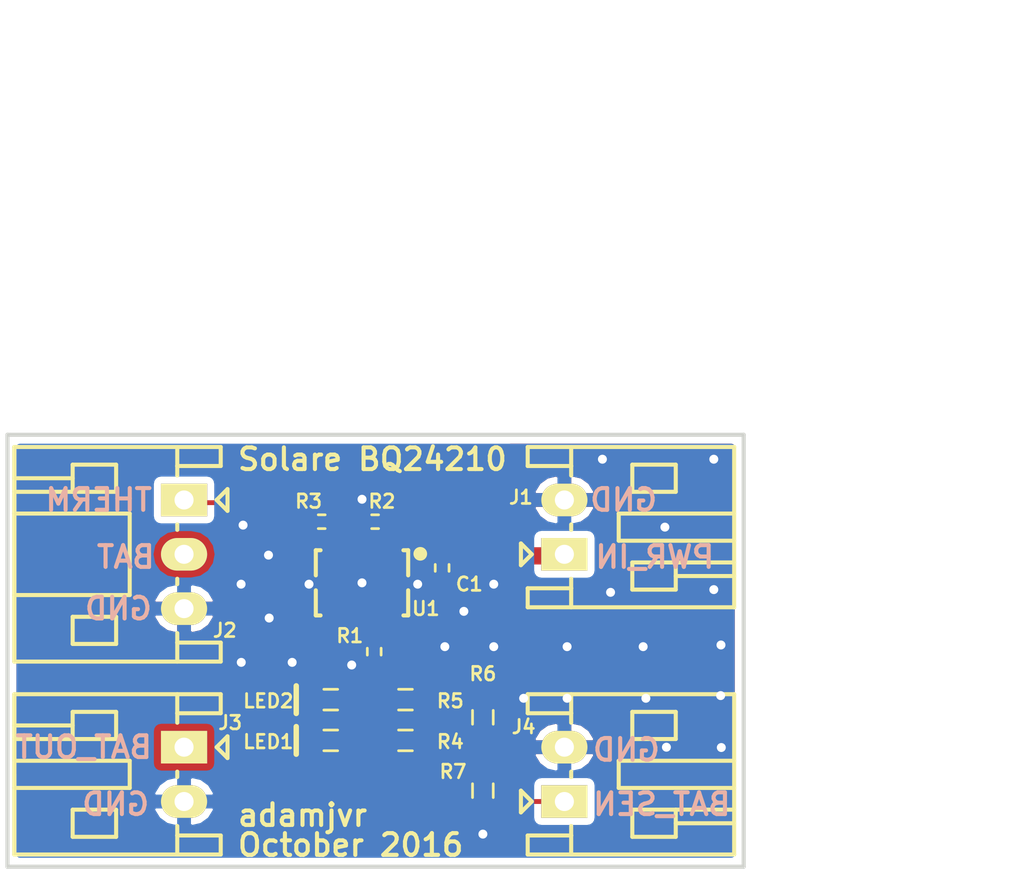
<source format=kicad_pcb>
(kicad_pcb (version 20160815) (host pcbnew "(2016-09-14 revision 83ed3c9)-makepkg")

  (general
    (links 28)
    (no_connects 0)
    (area 50.624999 52.724999 77.875001 68.775001)
    (thickness 1.6)
    (drawings 18)
    (tracks 130)
    (zones 0)
    (modules 15)
    (nets 13)
  )

  (page A4)
  (layers
    (0 F.Cu signal)
    (31 B.Cu signal)
    (32 B.Adhes user)
    (33 F.Adhes user)
    (34 B.Paste user)
    (35 F.Paste user)
    (36 B.SilkS user)
    (37 F.SilkS user)
    (38 B.Mask user)
    (39 F.Mask user)
    (40 Dwgs.User user)
    (41 Cmts.User user)
    (42 Eco1.User user)
    (43 Eco2.User user)
    (44 Edge.Cuts user)
    (45 Margin user)
    (46 B.CrtYd user)
    (47 F.CrtYd user)
    (48 B.Fab user)
    (49 F.Fab user hide)
  )

  (setup
    (last_trace_width 0.1778)
    (user_trace_width 0.1778)
    (user_trace_width 0.254)
    (user_trace_width 0.381)
    (user_trace_width 0.635)
    (user_trace_width 0.762)
    (trace_clearance 0.1778)
    (zone_clearance 0.254)
    (zone_45_only no)
    (trace_min 0.1778)
    (segment_width 0.2)
    (edge_width 0.15)
    (via_size 0.635)
    (via_drill 0.3302)
    (via_min_size 0.635)
    (via_min_drill 0.3302)
    (user_via 0.635 0.3302)
    (user_via 0.635 0.381)
    (user_via 1.27 0.7112)
    (uvia_size 0.3)
    (uvia_drill 0.1)
    (uvias_allowed no)
    (uvia_min_size 0.2)
    (uvia_min_drill 0.1)
    (pcb_text_width 0.3)
    (pcb_text_size 1.5 1.5)
    (mod_edge_width 0.15)
    (mod_text_size 0.5 0.5)
    (mod_text_width 0.1)
    (pad_size 1.524 1.524)
    (pad_drill 0.762)
    (pad_to_mask_clearance 0.2)
    (aux_axis_origin 0 0)
    (visible_elements FFFFF77F)
    (pcbplotparams
      (layerselection 0x00030_ffffffff)
      (usegerberextensions false)
      (excludeedgelayer true)
      (linewidth 0.100000)
      (plotframeref false)
      (viasonmask false)
      (mode 1)
      (useauxorigin false)
      (hpglpennumber 1)
      (hpglpenspeed 20)
      (hpglpendiameter 15)
      (psnegative false)
      (psa4output false)
      (plotreference true)
      (plotvalue true)
      (plotinvisibletext false)
      (padsonsilk false)
      (subtractmaskfromsilk false)
      (outputformat 1)
      (mirror false)
      (drillshape 1)
      (scaleselection 1)
      (outputdirectory ""))
  )

  (net 0 "")
  (net 1 GND)
  (net 2 "Net-(C1-Pad1)")
  (net 3 /BAT)
  (net 4 /THERM)
  (net 5 /BAT_VOLT)
  (net 6 "Net-(LED1-Pad1)")
  (net 7 "Net-(LED1-Pad2)")
  (net 8 "Net-(LED2-Pad2)")
  (net 9 "Net-(LED2-Pad1)")
  (net 10 "Net-(R1-Pad1)")
  (net 11 "Net-(R2-Pad1)")
  (net 12 "Net-(R3-Pad1)")

  (net_class Default "This is the default net class."
    (clearance 0.1778)
    (trace_width 0.1778)
    (via_dia 0.635)
    (via_drill 0.3302)
    (uvia_dia 0.3)
    (uvia_drill 0.1)
    (diff_pair_gap 0.254)
    (diff_pair_width 0.1778)
    (add_net /BAT)
    (add_net /BAT_VOLT)
    (add_net /THERM)
    (add_net GND)
    (add_net "Net-(C1-Pad1)")
    (add_net "Net-(LED1-Pad1)")
    (add_net "Net-(LED1-Pad2)")
    (add_net "Net-(LED2-Pad1)")
    (add_net "Net-(LED2-Pad2)")
    (add_net "Net-(R1-Pad1)")
    (add_net "Net-(R2-Pad1)")
    (add_net "Net-(R3-Pad1)")
  )

  (module PCB_Footprints:C0402 (layer F.Cu) (tedit 57F01706) (tstamp 57F018DC)
    (at 66.7 57.7 270)
    (path /57D8511B)
    (fp_text reference C1 (at 0.6 -1 360) (layer F.SilkS)
      (effects (font (size 0.5 0.5) (thickness 0.1)))
    )
    (fp_text value CL05A105KA5NQNC (at 0 -2.159 270) (layer F.Fab)
      (effects (font (size 0.5 0.5) (thickness 0.1)))
    )
    (fp_line (start 0.5 0.29) (end 0.5 -0.29) (layer Eco1.User) (width 0.05))
    (fp_line (start 0.5 -0.29) (end -0.5 -0.29) (layer Eco1.User) (width 0.05))
    (fp_line (start -0.5 -0.29) (end -0.5 0.29) (layer Eco1.User) (width 0.05))
    (fp_line (start -0.5 0.29) (end 0.5 0.29) (layer Eco1.User) (width 0.05))
    (fp_line (start 0.127 0) (end -0.127 0) (layer Dwgs.User) (width 0.05))
    (fp_line (start 0 -0.127) (end 0 0.127) (layer Dwgs.User) (width 0.05))
    (fp_line (start -0.965 -0.508) (end -0.965 0.508) (layer Dwgs.User) (width 0.05))
    (fp_line (start -0.965 0.508) (end 0.965 0.508) (layer Dwgs.User) (width 0.05))
    (fp_line (start 0.965 -0.508) (end 0.965 0.508) (layer Dwgs.User) (width 0.05))
    (fp_line (start -0.965 -0.508) (end 0.965 -0.508) (layer Dwgs.User) (width 0.05))
    (fp_line (start -0.127 0.254) (end 0.127 0.254) (layer F.SilkS) (width 0.1))
    (fp_line (start -0.127 -0.254) (end 0.127 -0.254) (layer F.SilkS) (width 0.1))
    (pad 2 smd roundrect (at 0.483 0 270) (size 0.559 0.61) (layers F.Cu F.Paste F.Mask)(roundrect_rratio 0.25)
      (net 1 GND) (solder_mask_margin 0.102))
    (pad 1 smd roundrect (at -0.483 0 270) (size 0.559 0.61) (layers F.Cu F.Paste F.Mask)(roundrect_rratio 0.25)
      (net 2 "Net-(C1-Pad1)") (solder_mask_margin 0.102))
    (model C:/Users/adam/Documents/GitHub/footprints/3D/STEP/CAPC-0402-T0.55-BN.stp
      (at (xyz 0 0 0))
      (scale (xyz 1 1 1))
      (rotate (xyz 0 0 0))
    )
  )

  (module "PCB_Footprints:S2B-PH-K-S(LF)(SN)" (layer F.Cu) (tedit 57F01AB5) (tstamp 57F01902)
    (at 71.2 57.2 90)
    (descr http://www.jst-mfg.com/product/pdf/eng/ePH.pdf)
    (tags "connector jst ph")
    (path /57F02D96)
    (fp_text reference J1 (at 2.1 -1.6 180) (layer F.SilkS)
      (effects (font (size 0.5 0.5) (thickness 0.1)))
    )
    (fp_text value "S2B-PH-K-S(LF)(SN)" (at 1 7.5 90) (layer F.Fab) hide
      (effects (font (size 0.5 0.5) (thickness 0.1)))
    )
    (fp_line (start 0.5 6.25) (end 0.5 2) (layer F.SilkS) (width 0.15))
    (fp_line (start 0.5 2) (end 1.5 2) (layer F.SilkS) (width 0.15))
    (fp_line (start 1.5 2) (end 1.5 6.25) (layer F.SilkS) (width 0.15))
    (fp_line (start -0.9 0.25) (end -1.25 0.25) (layer F.SilkS) (width 0.15))
    (fp_line (start -1.25 0.25) (end -1.25 -1.35) (layer F.SilkS) (width 0.15))
    (fp_line (start -1.25 -1.35) (end -1.95 -1.35) (layer F.SilkS) (width 0.15))
    (fp_line (start -1.95 -1.35) (end -1.95 6.25) (layer F.SilkS) (width 0.15))
    (fp_line (start -1.95 6.25) (end 3.95 6.25) (layer F.SilkS) (width 0.15))
    (fp_line (start 3.95 6.25) (end 3.95 -1.35) (layer F.SilkS) (width 0.15))
    (fp_line (start 3.95 -1.35) (end 3.25 -1.35) (layer F.SilkS) (width 0.15))
    (fp_line (start 3.25 -1.35) (end 3.25 0.25) (layer F.SilkS) (width 0.15))
    (fp_line (start 3.25 0.25) (end 2.9 0.25) (layer F.SilkS) (width 0.15))
    (fp_line (start 0 -1.2) (end -0.4 -1.6) (layer F.SilkS) (width 0.15))
    (fp_line (start -0.4 -1.6) (end 0.4 -1.6) (layer F.SilkS) (width 0.15))
    (fp_line (start 0.4 -1.6) (end 0 -1.2) (layer F.SilkS) (width 0.15))
    (fp_line (start -1.95 0.25) (end -1.25 0.25) (layer F.SilkS) (width 0.15))
    (fp_line (start 3.95 0.25) (end 3.25 0.25) (layer F.SilkS) (width 0.15))
    (fp_line (start -1.3 2.5) (end -1.3 4.1) (layer F.SilkS) (width 0.15))
    (fp_line (start -1.3 4.1) (end -0.3 4.1) (layer F.SilkS) (width 0.15))
    (fp_line (start -0.3 4.1) (end -0.3 2.5) (layer F.SilkS) (width 0.15))
    (fp_line (start -0.3 2.5) (end -1.3 2.5) (layer F.SilkS) (width 0.15))
    (fp_line (start 3.3 2.5) (end 3.3 4.1) (layer F.SilkS) (width 0.15))
    (fp_line (start 3.3 4.1) (end 2.3 4.1) (layer F.SilkS) (width 0.15))
    (fp_line (start 2.3 4.1) (end 2.3 2.5) (layer F.SilkS) (width 0.15))
    (fp_line (start 2.3 2.5) (end 3.3 2.5) (layer F.SilkS) (width 0.15))
    (fp_line (start -0.3 4.1) (end -0.3 6.25) (layer F.SilkS) (width 0.15))
    (fp_line (start -0.8 4.1) (end -0.8 6.25) (layer F.SilkS) (width 0.15))
    (fp_line (start 0.9 0.25) (end 1.1 0.25) (layer F.SilkS) (width 0.15))
    (fp_line (start -2.45 6.75) (end -2.45 -1.85) (layer F.CrtYd) (width 0.05))
    (fp_line (start -2.45 -1.85) (end 4.45 -1.85) (layer F.CrtYd) (width 0.05))
    (fp_line (start 4.45 -1.85) (end 4.45 6.75) (layer F.CrtYd) (width 0.05))
    (fp_line (start 4.45 6.75) (end -2.45 6.75) (layer F.CrtYd) (width 0.05))
    (pad 2 thru_hole oval (at 2 0 90) (size 1.2 1.7) (drill 0.7) (layers *.Cu *.Mask F.SilkS)
      (net 1 GND))
    (pad 1 thru_hole rect (at 0 0 90) (size 1.2 1.7) (drill 0.7) (layers *.Cu *.Mask F.SilkS)
      (net 2 "Net-(C1-Pad1)"))
  )

  (module "PCB_Footprints:S3B-PH-K-S(LF)(SN)" (layer F.Cu) (tedit 57F01706) (tstamp 57F0192A)
    (at 57.2 55.2 270)
    (descr http://www.jst-mfg.com/product/pdf/eng/ePH.pdf)
    (tags "connector jst ph")
    (path /57F02B51)
    (fp_text reference J2 (at 4.8 -1.5 360) (layer F.SilkS)
      (effects (font (size 0.5 0.5) (thickness 0.1)))
    )
    (fp_text value "S3B-PH-K-S(LF)(SN)" (at 2 7.5 270) (layer F.Fab)
      (effects (font (size 0.5 0.5) (thickness 0.1)))
    )
    (fp_line (start 0.5 6.25) (end 0.5 2) (layer F.SilkS) (width 0.15))
    (fp_line (start 0.5 2) (end 3.5 2) (layer F.SilkS) (width 0.15))
    (fp_line (start 3.5 2) (end 3.5 6.25) (layer F.SilkS) (width 0.15))
    (fp_line (start -0.9 0.25) (end -1.25 0.25) (layer F.SilkS) (width 0.15))
    (fp_line (start -1.25 0.25) (end -1.25 -1.35) (layer F.SilkS) (width 0.15))
    (fp_line (start -1.25 -1.35) (end -1.95 -1.35) (layer F.SilkS) (width 0.15))
    (fp_line (start -1.95 -1.35) (end -1.95 6.25) (layer F.SilkS) (width 0.15))
    (fp_line (start -1.95 6.25) (end 5.95 6.25) (layer F.SilkS) (width 0.15))
    (fp_line (start 5.95 6.25) (end 5.95 -1.35) (layer F.SilkS) (width 0.15))
    (fp_line (start 5.95 -1.35) (end 5.25 -1.35) (layer F.SilkS) (width 0.15))
    (fp_line (start 5.25 -1.35) (end 5.25 0.25) (layer F.SilkS) (width 0.15))
    (fp_line (start 5.25 0.25) (end 4.9 0.25) (layer F.SilkS) (width 0.15))
    (fp_line (start 0 -1.2) (end -0.4 -1.6) (layer F.SilkS) (width 0.15))
    (fp_line (start -0.4 -1.6) (end 0.4 -1.6) (layer F.SilkS) (width 0.15))
    (fp_line (start 0.4 -1.6) (end 0 -1.2) (layer F.SilkS) (width 0.15))
    (fp_line (start -1.95 0.25) (end -1.25 0.25) (layer F.SilkS) (width 0.15))
    (fp_line (start 5.95 0.25) (end 5.25 0.25) (layer F.SilkS) (width 0.15))
    (fp_line (start -1.3 2.5) (end -1.3 4.1) (layer F.SilkS) (width 0.15))
    (fp_line (start -1.3 4.1) (end -0.3 4.1) (layer F.SilkS) (width 0.15))
    (fp_line (start -0.3 4.1) (end -0.3 2.5) (layer F.SilkS) (width 0.15))
    (fp_line (start -0.3 2.5) (end -1.3 2.5) (layer F.SilkS) (width 0.15))
    (fp_line (start 5.3 2.5) (end 5.3 4.1) (layer F.SilkS) (width 0.15))
    (fp_line (start 5.3 4.1) (end 4.3 4.1) (layer F.SilkS) (width 0.15))
    (fp_line (start 4.3 4.1) (end 4.3 2.5) (layer F.SilkS) (width 0.15))
    (fp_line (start 4.3 2.5) (end 5.3 2.5) (layer F.SilkS) (width 0.15))
    (fp_line (start -0.3 4.1) (end -0.3 6.25) (layer F.SilkS) (width 0.15))
    (fp_line (start -0.8 4.1) (end -0.8 6.25) (layer F.SilkS) (width 0.15))
    (fp_line (start 0.9 0.25) (end 1.1 0.25) (layer F.SilkS) (width 0.15))
    (fp_line (start 2.9 0.25) (end 3.1 0.25) (layer F.SilkS) (width 0.15))
    (fp_line (start -2.45 6.75) (end -2.45 -1.85) (layer F.CrtYd) (width 0.05))
    (fp_line (start -2.45 -1.85) (end 6.45 -1.85) (layer F.CrtYd) (width 0.05))
    (fp_line (start 6.45 -1.85) (end 6.45 6.75) (layer F.CrtYd) (width 0.05))
    (fp_line (start 6.45 6.75) (end -2.45 6.75) (layer F.CrtYd) (width 0.05))
    (pad 3 thru_hole oval (at 4 0 270) (size 1.2 1.7) (drill 0.7) (layers *.Cu *.Mask F.SilkS)
      (net 1 GND))
    (pad 2 thru_hole oval (at 2 0 270) (size 1.2 1.7) (drill 0.7) (layers *.Cu *.Mask F.SilkS)
      (net 3 /BAT))
    (pad 1 thru_hole rect (at 0 0 270) (size 1.2 1.7) (drill 0.7) (layers *.Cu *.Mask F.SilkS)
      (net 4 /THERM))
  )

  (module "PCB_Footprints:S2B-PH-K-S(LF)(SN)" (layer F.Cu) (tedit 57F01706) (tstamp 57F01950)
    (at 57.2 64.3 270)
    (descr http://www.jst-mfg.com/product/pdf/eng/ePH.pdf)
    (tags "connector jst ph")
    (path /57F03148)
    (fp_text reference J3 (at -0.9 -1.7 360) (layer F.SilkS)
      (effects (font (size 0.5 0.5) (thickness 0.1)))
    )
    (fp_text value "S2B-PH-K-S(LF)(SN)" (at 1 7.5 270) (layer F.Fab) hide
      (effects (font (size 0.5 0.5) (thickness 0.1)))
    )
    (fp_line (start 4.45 6.75) (end -2.45 6.75) (layer F.CrtYd) (width 0.05))
    (fp_line (start 4.45 -1.85) (end 4.45 6.75) (layer F.CrtYd) (width 0.05))
    (fp_line (start -2.45 -1.85) (end 4.45 -1.85) (layer F.CrtYd) (width 0.05))
    (fp_line (start -2.45 6.75) (end -2.45 -1.85) (layer F.CrtYd) (width 0.05))
    (fp_line (start 0.9 0.25) (end 1.1 0.25) (layer F.SilkS) (width 0.15))
    (fp_line (start -0.8 4.1) (end -0.8 6.25) (layer F.SilkS) (width 0.15))
    (fp_line (start -0.3 4.1) (end -0.3 6.25) (layer F.SilkS) (width 0.15))
    (fp_line (start 2.3 2.5) (end 3.3 2.5) (layer F.SilkS) (width 0.15))
    (fp_line (start 2.3 4.1) (end 2.3 2.5) (layer F.SilkS) (width 0.15))
    (fp_line (start 3.3 4.1) (end 2.3 4.1) (layer F.SilkS) (width 0.15))
    (fp_line (start 3.3 2.5) (end 3.3 4.1) (layer F.SilkS) (width 0.15))
    (fp_line (start -0.3 2.5) (end -1.3 2.5) (layer F.SilkS) (width 0.15))
    (fp_line (start -0.3 4.1) (end -0.3 2.5) (layer F.SilkS) (width 0.15))
    (fp_line (start -1.3 4.1) (end -0.3 4.1) (layer F.SilkS) (width 0.15))
    (fp_line (start -1.3 2.5) (end -1.3 4.1) (layer F.SilkS) (width 0.15))
    (fp_line (start 3.95 0.25) (end 3.25 0.25) (layer F.SilkS) (width 0.15))
    (fp_line (start -1.95 0.25) (end -1.25 0.25) (layer F.SilkS) (width 0.15))
    (fp_line (start 0.4 -1.6) (end 0 -1.2) (layer F.SilkS) (width 0.15))
    (fp_line (start -0.4 -1.6) (end 0.4 -1.6) (layer F.SilkS) (width 0.15))
    (fp_line (start 0 -1.2) (end -0.4 -1.6) (layer F.SilkS) (width 0.15))
    (fp_line (start 3.25 0.25) (end 2.9 0.25) (layer F.SilkS) (width 0.15))
    (fp_line (start 3.25 -1.35) (end 3.25 0.25) (layer F.SilkS) (width 0.15))
    (fp_line (start 3.95 -1.35) (end 3.25 -1.35) (layer F.SilkS) (width 0.15))
    (fp_line (start 3.95 6.25) (end 3.95 -1.35) (layer F.SilkS) (width 0.15))
    (fp_line (start -1.95 6.25) (end 3.95 6.25) (layer F.SilkS) (width 0.15))
    (fp_line (start -1.95 -1.35) (end -1.95 6.25) (layer F.SilkS) (width 0.15))
    (fp_line (start -1.25 -1.35) (end -1.95 -1.35) (layer F.SilkS) (width 0.15))
    (fp_line (start -1.25 0.25) (end -1.25 -1.35) (layer F.SilkS) (width 0.15))
    (fp_line (start -0.9 0.25) (end -1.25 0.25) (layer F.SilkS) (width 0.15))
    (fp_line (start 1.5 2) (end 1.5 6.25) (layer F.SilkS) (width 0.15))
    (fp_line (start 0.5 2) (end 1.5 2) (layer F.SilkS) (width 0.15))
    (fp_line (start 0.5 6.25) (end 0.5 2) (layer F.SilkS) (width 0.15))
    (pad 1 thru_hole rect (at 0 0 270) (size 1.2 1.7) (drill 0.7) (layers *.Cu *.Mask F.SilkS)
      (net 3 /BAT))
    (pad 2 thru_hole oval (at 2 0 270) (size 1.2 1.7) (drill 0.7) (layers *.Cu *.Mask F.SilkS)
      (net 1 GND))
  )

  (module "PCB_Footprints:S2B-PH-K-S(LF)(SN)" (layer F.Cu) (tedit 57F01AB5) (tstamp 57F01976)
    (at 71.2 66.3 90)
    (descr http://www.jst-mfg.com/product/pdf/eng/ePH.pdf)
    (tags "connector jst ph")
    (path /57F07642)
    (fp_text reference J4 (at 2.75 -1.5 180) (layer F.SilkS)
      (effects (font (size 0.5 0.5) (thickness 0.1)))
    )
    (fp_text value "S2B-PH-K-S(LF)(SN)" (at 1 7.5 90) (layer F.Fab) hide
      (effects (font (size 0.5 0.5) (thickness 0.1)))
    )
    (fp_line (start 0.5 6.25) (end 0.5 2) (layer F.SilkS) (width 0.15))
    (fp_line (start 0.5 2) (end 1.5 2) (layer F.SilkS) (width 0.15))
    (fp_line (start 1.5 2) (end 1.5 6.25) (layer F.SilkS) (width 0.15))
    (fp_line (start -0.9 0.25) (end -1.25 0.25) (layer F.SilkS) (width 0.15))
    (fp_line (start -1.25 0.25) (end -1.25 -1.35) (layer F.SilkS) (width 0.15))
    (fp_line (start -1.25 -1.35) (end -1.95 -1.35) (layer F.SilkS) (width 0.15))
    (fp_line (start -1.95 -1.35) (end -1.95 6.25) (layer F.SilkS) (width 0.15))
    (fp_line (start -1.95 6.25) (end 3.95 6.25) (layer F.SilkS) (width 0.15))
    (fp_line (start 3.95 6.25) (end 3.95 -1.35) (layer F.SilkS) (width 0.15))
    (fp_line (start 3.95 -1.35) (end 3.25 -1.35) (layer F.SilkS) (width 0.15))
    (fp_line (start 3.25 -1.35) (end 3.25 0.25) (layer F.SilkS) (width 0.15))
    (fp_line (start 3.25 0.25) (end 2.9 0.25) (layer F.SilkS) (width 0.15))
    (fp_line (start 0 -1.2) (end -0.4 -1.6) (layer F.SilkS) (width 0.15))
    (fp_line (start -0.4 -1.6) (end 0.4 -1.6) (layer F.SilkS) (width 0.15))
    (fp_line (start 0.4 -1.6) (end 0 -1.2) (layer F.SilkS) (width 0.15))
    (fp_line (start -1.95 0.25) (end -1.25 0.25) (layer F.SilkS) (width 0.15))
    (fp_line (start 3.95 0.25) (end 3.25 0.25) (layer F.SilkS) (width 0.15))
    (fp_line (start -1.3 2.5) (end -1.3 4.1) (layer F.SilkS) (width 0.15))
    (fp_line (start -1.3 4.1) (end -0.3 4.1) (layer F.SilkS) (width 0.15))
    (fp_line (start -0.3 4.1) (end -0.3 2.5) (layer F.SilkS) (width 0.15))
    (fp_line (start -0.3 2.5) (end -1.3 2.5) (layer F.SilkS) (width 0.15))
    (fp_line (start 3.3 2.5) (end 3.3 4.1) (layer F.SilkS) (width 0.15))
    (fp_line (start 3.3 4.1) (end 2.3 4.1) (layer F.SilkS) (width 0.15))
    (fp_line (start 2.3 4.1) (end 2.3 2.5) (layer F.SilkS) (width 0.15))
    (fp_line (start 2.3 2.5) (end 3.3 2.5) (layer F.SilkS) (width 0.15))
    (fp_line (start -0.3 4.1) (end -0.3 6.25) (layer F.SilkS) (width 0.15))
    (fp_line (start -0.8 4.1) (end -0.8 6.25) (layer F.SilkS) (width 0.15))
    (fp_line (start 0.9 0.25) (end 1.1 0.25) (layer F.SilkS) (width 0.15))
    (fp_line (start -2.45 6.75) (end -2.45 -1.85) (layer F.CrtYd) (width 0.05))
    (fp_line (start -2.45 -1.85) (end 4.45 -1.85) (layer F.CrtYd) (width 0.05))
    (fp_line (start 4.45 -1.85) (end 4.45 6.75) (layer F.CrtYd) (width 0.05))
    (fp_line (start 4.45 6.75) (end -2.45 6.75) (layer F.CrtYd) (width 0.05))
    (pad 2 thru_hole oval (at 2 0 90) (size 1.2 1.7) (drill 0.7) (layers *.Cu *.Mask F.SilkS)
      (net 1 GND))
    (pad 1 thru_hole rect (at 0 0 90) (size 1.2 1.7) (drill 0.7) (layers *.Cu *.Mask F.SilkS)
      (net 5 /BAT_VOLT))
  )

  (module PCB_Footprints:LED0603 (layer F.Cu) (tedit 57F01706) (tstamp 57F01989)
    (at 62.6 64.05 180)
    (path /57D7EE0F)
    (fp_text reference LED1 (at 2.3 -0.05 180) (layer F.SilkS)
      (effects (font (size 0.5 0.5) (thickness 0.1)))
    )
    (fp_text value LTST-C191KGKT (at 0 -1.524 180) (layer F.Fab) hide
      (effects (font (size 0.5 0.5) (thickness 0.1)))
    )
    (fp_line (start 1.27 -0.508) (end 1.27 0.508) (layer F.SilkS) (width 0.2))
    (fp_line (start -0.254 -0.381) (end 0.254 -0.381) (layer F.SilkS) (width 0.1))
    (fp_line (start 0.254 0.381) (end -0.254 0.381) (layer F.SilkS) (width 0.1))
    (fp_line (start 0 -0.254) (end 0 0.254) (layer Dwgs.User) (width 0.05))
    (fp_line (start 0.254 0) (end -0.254 0) (layer Dwgs.User) (width 0.05))
    (fp_line (start -1.275 0.7) (end -1.275 -0.7) (layer Dwgs.User) (width 0.05))
    (fp_line (start 1.275 0.7) (end -1.275 0.7) (layer Dwgs.User) (width 0.05))
    (fp_line (start 1.275 -0.7) (end 1.275 0.7) (layer Dwgs.User) (width 0.05))
    (fp_line (start -1.275 -0.7) (end 1.275 -0.7) (layer Dwgs.User) (width 0.05))
    (fp_line (start 0.8 -0.381) (end -0.8 -0.381) (layer Eco1.User) (width 0.05))
    (fp_line (start 0.8 0.381) (end 0.8 -0.381) (layer Eco1.User) (width 0.05))
    (fp_line (start -0.8 0.381) (end 0.8 0.381) (layer Eco1.User) (width 0.05))
    (fp_line (start -0.8 -0.381) (end -0.8 0.381) (layer Eco1.User) (width 0.05))
    (pad 1 smd roundrect (at -0.68 0 180) (size 0.74 1) (layers F.Cu F.Paste F.Mask)(roundrect_rratio 0.25)
      (net 6 "Net-(LED1-Pad1)") (solder_mask_margin 0.102))
    (pad 2 smd roundrect (at 0.68 0 180) (size 0.74 1) (layers F.Cu F.Paste F.Mask)(roundrect_rratio 0.25)
      (net 7 "Net-(LED1-Pad2)") (solder_mask_margin 0.102))
    (model "C:/Users/adam/Documents/GitHub/KiCAD-OnHand-Lib/3D/LED 0603 single color.stp"
      (at (xyz 0 0 0))
      (scale (xyz 1 1 1))
      (rotate (xyz 0 0 90))
    )
  )

  (module PCB_Footprints:LED0603 (layer F.Cu) (tedit 57F01706) (tstamp 57F0199C)
    (at 62.6 62.55 180)
    (path /57D7ED65)
    (fp_text reference LED2 (at 2.3 -0.05 180) (layer F.SilkS)
      (effects (font (size 0.5 0.5) (thickness 0.1)))
    )
    (fp_text value LTST-C191KFKT (at 0 -1.524 180) (layer F.Fab) hide
      (effects (font (size 0.5 0.5) (thickness 0.1)))
    )
    (fp_line (start -0.8 -0.381) (end -0.8 0.381) (layer Eco1.User) (width 0.05))
    (fp_line (start -0.8 0.381) (end 0.8 0.381) (layer Eco1.User) (width 0.05))
    (fp_line (start 0.8 0.381) (end 0.8 -0.381) (layer Eco1.User) (width 0.05))
    (fp_line (start 0.8 -0.381) (end -0.8 -0.381) (layer Eco1.User) (width 0.05))
    (fp_line (start -1.275 -0.7) (end 1.275 -0.7) (layer Dwgs.User) (width 0.05))
    (fp_line (start 1.275 -0.7) (end 1.275 0.7) (layer Dwgs.User) (width 0.05))
    (fp_line (start 1.275 0.7) (end -1.275 0.7) (layer Dwgs.User) (width 0.05))
    (fp_line (start -1.275 0.7) (end -1.275 -0.7) (layer Dwgs.User) (width 0.05))
    (fp_line (start 0.254 0) (end -0.254 0) (layer Dwgs.User) (width 0.05))
    (fp_line (start 0 -0.254) (end 0 0.254) (layer Dwgs.User) (width 0.05))
    (fp_line (start 0.254 0.381) (end -0.254 0.381) (layer F.SilkS) (width 0.1))
    (fp_line (start -0.254 -0.381) (end 0.254 -0.381) (layer F.SilkS) (width 0.1))
    (fp_line (start 1.27 -0.508) (end 1.27 0.508) (layer F.SilkS) (width 0.2))
    (pad 2 smd roundrect (at 0.68 0 180) (size 0.74 1) (layers F.Cu F.Paste F.Mask)(roundrect_rratio 0.25)
      (net 8 "Net-(LED2-Pad2)") (solder_mask_margin 0.102))
    (pad 1 smd roundrect (at -0.68 0 180) (size 0.74 1) (layers F.Cu F.Paste F.Mask)(roundrect_rratio 0.25)
      (net 9 "Net-(LED2-Pad1)") (solder_mask_margin 0.102))
    (model "C:/Users/adam/Documents/GitHub/KiCAD-OnHand-Lib/3D/LED 0603 single color.stp"
      (at (xyz 0 0 0))
      (scale (xyz 1 1 1))
      (rotate (xyz 0 0 90))
    )
  )

  (module PCB_Footprints:R0402 (layer F.Cu) (tedit 57F01706) (tstamp 57F019AE)
    (at 64.2 60.783 270)
    (path /57F06188)
    (fp_text reference R1 (at -0.583 0.9 360) (layer F.SilkS)
      (effects (font (size 0.5 0.5) (thickness 0.1)))
    )
    (fp_text value RC1005F102CS (at 0 -1.524 270) (layer F.Fab) hide
      (effects (font (size 0.5 0.5) (thickness 0.1)))
    )
    (fp_line (start -0.5 -0.29) (end -0.5 0.29) (layer Eco1.User) (width 0.05))
    (fp_line (start -0.5 0.29) (end 0.5 0.29) (layer Eco1.User) (width 0.05))
    (fp_line (start 0.5 0.29) (end 0.5 -0.29) (layer Eco1.User) (width 0.05))
    (fp_line (start 0.5 -0.29) (end -0.5 -0.29) (layer Eco1.User) (width 0.05))
    (fp_line (start -0.127 0) (end 0.127 0) (layer Dwgs.User) (width 0.05))
    (fp_line (start 0 -0.127) (end 0 0.127) (layer Dwgs.User) (width 0.05))
    (fp_line (start -0.965 -0.483) (end 0.965 -0.483) (layer Dwgs.User) (width 0.05))
    (fp_line (start 0.965 -0.483) (end 0.965 0.508) (layer Dwgs.User) (width 0.05))
    (fp_line (start -0.965 -0.483) (end -0.965 0.508) (layer Dwgs.User) (width 0.05))
    (fp_line (start -0.965 0.508) (end 0.965 0.508) (layer Dwgs.User) (width 0.05))
    (fp_line (start -0.127 0.254) (end 0.127 0.254) (layer F.SilkS) (width 0.1))
    (fp_line (start -0.127 -0.254) (end 0.127 -0.254) (layer F.SilkS) (width 0.1))
    (pad 1 smd roundrect (at -0.483 0 270) (size 0.559 0.61) (layers F.Cu F.Paste F.Mask)(roundrect_rratio 0.25)
      (net 10 "Net-(R1-Pad1)") (solder_mask_margin 0.102))
    (pad 2 smd roundrect (at 0.483 0 270) (size 0.559 0.61) (layers F.Cu F.Paste F.Mask)(roundrect_rratio 0.25)
      (net 1 GND) (solder_mask_margin 0.102))
    (model C:/Users/adam/Documents/GitHub/footprints/3D/STEP/RES0402.stp
      (at (xyz 0 0 0))
      (scale (xyz 1 1 1))
      (rotate (xyz 0 0 0))
    )
  )

  (module PCB_Footprints:R0402 (layer F.Cu) (tedit 57F01706) (tstamp 57F019C0)
    (at 64.233 56 180)
    (path /57D7ECB5)
    (fp_text reference R2 (at -0.25 0.75 180) (layer F.SilkS)
      (effects (font (size 0.5 0.5) (thickness 0.1)))
    )
    (fp_text value RC1005F4870CS (at 0 -1.524 180) (layer F.Fab) hide
      (effects (font (size 0.5 0.5) (thickness 0.1)))
    )
    (fp_line (start -0.5 -0.29) (end -0.5 0.29) (layer Eco1.User) (width 0.05))
    (fp_line (start -0.5 0.29) (end 0.5 0.29) (layer Eco1.User) (width 0.05))
    (fp_line (start 0.5 0.29) (end 0.5 -0.29) (layer Eco1.User) (width 0.05))
    (fp_line (start 0.5 -0.29) (end -0.5 -0.29) (layer Eco1.User) (width 0.05))
    (fp_line (start -0.127 0) (end 0.127 0) (layer Dwgs.User) (width 0.05))
    (fp_line (start 0 -0.127) (end 0 0.127) (layer Dwgs.User) (width 0.05))
    (fp_line (start -0.965 -0.483) (end 0.965 -0.483) (layer Dwgs.User) (width 0.05))
    (fp_line (start 0.965 -0.483) (end 0.965 0.508) (layer Dwgs.User) (width 0.05))
    (fp_line (start -0.965 -0.483) (end -0.965 0.508) (layer Dwgs.User) (width 0.05))
    (fp_line (start -0.965 0.508) (end 0.965 0.508) (layer Dwgs.User) (width 0.05))
    (fp_line (start -0.127 0.254) (end 0.127 0.254) (layer F.SilkS) (width 0.1))
    (fp_line (start -0.127 -0.254) (end 0.127 -0.254) (layer F.SilkS) (width 0.1))
    (pad 1 smd roundrect (at -0.483 0 180) (size 0.559 0.61) (layers F.Cu F.Paste F.Mask)(roundrect_rratio 0.25)
      (net 11 "Net-(R2-Pad1)") (solder_mask_margin 0.102))
    (pad 2 smd roundrect (at 0.483 0 180) (size 0.559 0.61) (layers F.Cu F.Paste F.Mask)(roundrect_rratio 0.25)
      (net 1 GND) (solder_mask_margin 0.102))
    (model C:/Users/adam/Documents/GitHub/footprints/3D/STEP/RES0402.stp
      (at (xyz 0 0 0))
      (scale (xyz 1 1 1))
      (rotate (xyz 0 0 0))
    )
  )

  (module PCB_Footprints:R0402 (layer F.Cu) (tedit 57F01706) (tstamp 57F019D2)
    (at 62.267 56 180)
    (path /57DA4064)
    (fp_text reference R3 (at 0.483 0.75 180) (layer F.SilkS)
      (effects (font (size 0.5 0.5) (thickness 0.1)))
    )
    (fp_text value RC1005F102CS (at 0 -1.524 180) (layer F.Fab) hide
      (effects (font (size 0.5 0.5) (thickness 0.1)))
    )
    (fp_line (start -0.127 -0.254) (end 0.127 -0.254) (layer F.SilkS) (width 0.1))
    (fp_line (start -0.127 0.254) (end 0.127 0.254) (layer F.SilkS) (width 0.1))
    (fp_line (start -0.965 0.508) (end 0.965 0.508) (layer Dwgs.User) (width 0.05))
    (fp_line (start -0.965 -0.483) (end -0.965 0.508) (layer Dwgs.User) (width 0.05))
    (fp_line (start 0.965 -0.483) (end 0.965 0.508) (layer Dwgs.User) (width 0.05))
    (fp_line (start -0.965 -0.483) (end 0.965 -0.483) (layer Dwgs.User) (width 0.05))
    (fp_line (start 0 -0.127) (end 0 0.127) (layer Dwgs.User) (width 0.05))
    (fp_line (start -0.127 0) (end 0.127 0) (layer Dwgs.User) (width 0.05))
    (fp_line (start 0.5 -0.29) (end -0.5 -0.29) (layer Eco1.User) (width 0.05))
    (fp_line (start 0.5 0.29) (end 0.5 -0.29) (layer Eco1.User) (width 0.05))
    (fp_line (start -0.5 0.29) (end 0.5 0.29) (layer Eco1.User) (width 0.05))
    (fp_line (start -0.5 -0.29) (end -0.5 0.29) (layer Eco1.User) (width 0.05))
    (pad 2 smd roundrect (at 0.483 0 180) (size 0.559 0.61) (layers F.Cu F.Paste F.Mask)(roundrect_rratio 0.25)
      (net 4 /THERM) (solder_mask_margin 0.102))
    (pad 1 smd roundrect (at -0.483 0 180) (size 0.559 0.61) (layers F.Cu F.Paste F.Mask)(roundrect_rratio 0.25)
      (net 12 "Net-(R3-Pad1)") (solder_mask_margin 0.102))
    (model C:/Users/adam/Documents/GitHub/footprints/3D/STEP/RES0402.stp
      (at (xyz 0 0 0))
      (scale (xyz 1 1 1))
      (rotate (xyz 0 0 0))
    )
  )

  (module PCB_Footprints:R0603 (layer F.Cu) (tedit 57F01706) (tstamp 57F019E4)
    (at 65.35 64.05)
    (path /57DA18C7)
    (fp_text reference R4 (at 1.65 0.05) (layer F.SilkS)
      (effects (font (size 0.5 0.5) (thickness 0.1)))
    )
    (fp_text value RC1608J202CS (at 0 -1.524) (layer F.Fab) hide
      (effects (font (size 0.5 0.5) (thickness 0.1)))
    )
    (fp_line (start 0.8 -0.4) (end 0.8 0.4) (layer Eco1.User) (width 0.05))
    (fp_line (start 0.8 0.4) (end -0.8 0.4) (layer Eco1.User) (width 0.05))
    (fp_line (start -0.8 0.4) (end -0.8 -0.4) (layer Eco1.User) (width 0.05))
    (fp_line (start -0.8 -0.4) (end 0.8 -0.4) (layer Eco1.User) (width 0.05))
    (fp_line (start -1.275 -0.7) (end -1.275 0.7) (layer Dwgs.User) (width 0.05))
    (fp_line (start -1.275 0.7) (end 1.275 0.7) (layer Dwgs.User) (width 0.05))
    (fp_line (start 1.275 0.7) (end 1.275 -0.7) (layer Dwgs.User) (width 0.05))
    (fp_line (start 1.275 -0.7) (end -1.275 -0.7) (layer Dwgs.User) (width 0.05))
    (fp_line (start 0.254 0) (end -0.254 0) (layer Dwgs.User) (width 0.05))
    (fp_line (start 0 -0.254) (end 0 0.254) (layer Dwgs.User) (width 0.05))
    (fp_line (start -0.254 0.381) (end 0.254 0.381) (layer F.SilkS) (width 0.1))
    (fp_line (start -0.254 -0.381) (end 0.254 -0.381) (layer F.SilkS) (width 0.1))
    (pad 2 smd roundrect (at 0.68 0) (size 0.74 1) (layers F.Cu F.Paste F.Mask)(roundrect_rratio 0.25)
      (net 3 /BAT) (solder_mask_margin 0.102))
    (pad 1 smd roundrect (at -0.68 0) (size 0.74 1) (layers F.Cu F.Paste F.Mask)(roundrect_rratio 0.25)
      (net 6 "Net-(LED1-Pad1)") (solder_mask_margin 0.102))
    (model C:/Users/adam/Documents/GitHub/KiCAD-OnHand-Lib/3D/RES0603.stp
      (at (xyz 0 0 0))
      (scale (xyz 1 1 1))
      (rotate (xyz 0 0 0))
    )
  )

  (module PCB_Footprints:R0603 (layer F.Cu) (tedit 57F01706) (tstamp 57F019F6)
    (at 65.35 62.55)
    (path /57DA1DE2)
    (fp_text reference R5 (at 1.65 0.05) (layer F.SilkS)
      (effects (font (size 0.5 0.5) (thickness 0.1)))
    )
    (fp_text value RC1608J202CS (at 0 -1.524) (layer F.Fab) hide
      (effects (font (size 0.5 0.5) (thickness 0.1)))
    )
    (fp_line (start -0.254 -0.381) (end 0.254 -0.381) (layer F.SilkS) (width 0.1))
    (fp_line (start -0.254 0.381) (end 0.254 0.381) (layer F.SilkS) (width 0.1))
    (fp_line (start 0 -0.254) (end 0 0.254) (layer Dwgs.User) (width 0.05))
    (fp_line (start 0.254 0) (end -0.254 0) (layer Dwgs.User) (width 0.05))
    (fp_line (start 1.275 -0.7) (end -1.275 -0.7) (layer Dwgs.User) (width 0.05))
    (fp_line (start 1.275 0.7) (end 1.275 -0.7) (layer Dwgs.User) (width 0.05))
    (fp_line (start -1.275 0.7) (end 1.275 0.7) (layer Dwgs.User) (width 0.05))
    (fp_line (start -1.275 -0.7) (end -1.275 0.7) (layer Dwgs.User) (width 0.05))
    (fp_line (start -0.8 -0.4) (end 0.8 -0.4) (layer Eco1.User) (width 0.05))
    (fp_line (start -0.8 0.4) (end -0.8 -0.4) (layer Eco1.User) (width 0.05))
    (fp_line (start 0.8 0.4) (end -0.8 0.4) (layer Eco1.User) (width 0.05))
    (fp_line (start 0.8 -0.4) (end 0.8 0.4) (layer Eco1.User) (width 0.05))
    (pad 1 smd roundrect (at -0.68 0) (size 0.74 1) (layers F.Cu F.Paste F.Mask)(roundrect_rratio 0.25)
      (net 9 "Net-(LED2-Pad1)") (solder_mask_margin 0.102))
    (pad 2 smd roundrect (at 0.68 0) (size 0.74 1) (layers F.Cu F.Paste F.Mask)(roundrect_rratio 0.25)
      (net 3 /BAT) (solder_mask_margin 0.102))
    (model C:/Users/adam/Documents/GitHub/KiCAD-OnHand-Lib/3D/RES0603.stp
      (at (xyz 0 0 0))
      (scale (xyz 1 1 1))
      (rotate (xyz 0 0 0))
    )
  )

  (module PCB_Footprints:R0603 (layer F.Cu) (tedit 57F01706) (tstamp 57F01A08)
    (at 68.2 63.2 270)
    (path /57E04D9F)
    (fp_text reference R6 (at -1.6 0 540) (layer F.SilkS)
      (effects (font (size 0.5 0.5) (thickness 0.1)))
    )
    (fp_text value ERA-3AEB3741V (at 0 -1.524 270) (layer F.Fab) hide
      (effects (font (size 0.5 0.5) (thickness 0.1)))
    )
    (fp_line (start 0.8 -0.4) (end 0.8 0.4) (layer Eco1.User) (width 0.05))
    (fp_line (start 0.8 0.4) (end -0.8 0.4) (layer Eco1.User) (width 0.05))
    (fp_line (start -0.8 0.4) (end -0.8 -0.4) (layer Eco1.User) (width 0.05))
    (fp_line (start -0.8 -0.4) (end 0.8 -0.4) (layer Eco1.User) (width 0.05))
    (fp_line (start -1.275 -0.7) (end -1.275 0.7) (layer Dwgs.User) (width 0.05))
    (fp_line (start -1.275 0.7) (end 1.275 0.7) (layer Dwgs.User) (width 0.05))
    (fp_line (start 1.275 0.7) (end 1.275 -0.7) (layer Dwgs.User) (width 0.05))
    (fp_line (start 1.275 -0.7) (end -1.275 -0.7) (layer Dwgs.User) (width 0.05))
    (fp_line (start 0.254 0) (end -0.254 0) (layer Dwgs.User) (width 0.05))
    (fp_line (start 0 -0.254) (end 0 0.254) (layer Dwgs.User) (width 0.05))
    (fp_line (start -0.254 0.381) (end 0.254 0.381) (layer F.SilkS) (width 0.1))
    (fp_line (start -0.254 -0.381) (end 0.254 -0.381) (layer F.SilkS) (width 0.1))
    (pad 2 smd roundrect (at 0.68 0 270) (size 0.74 1) (layers F.Cu F.Paste F.Mask)(roundrect_rratio 0.25)
      (net 5 /BAT_VOLT) (solder_mask_margin 0.102))
    (pad 1 smd roundrect (at -0.68 0 270) (size 0.74 1) (layers F.Cu F.Paste F.Mask)(roundrect_rratio 0.25)
      (net 3 /BAT) (solder_mask_margin 0.102))
    (model C:/Users/adam/Documents/GitHub/KiCAD-OnHand-Lib/3D/RES0603.stp
      (at (xyz 0 0 0))
      (scale (xyz 1 1 1))
      (rotate (xyz 0 0 0))
    )
  )

  (module PCB_Footprints:R0603 (layer F.Cu) (tedit 57F01A91) (tstamp 57F01A1A)
    (at 68.2 65.9 270)
    (path /57E04FB0)
    (fp_text reference R7 (at -0.7 1.1 540) (layer F.SilkS)
      (effects (font (size 0.5 0.5) (thickness 0.1)))
    )
    (fp_text value ERA-3AEB3741V (at 0 -1.524 270) (layer F.Fab) hide
      (effects (font (size 0.5 0.5) (thickness 0.1)))
    )
    (fp_line (start -0.254 -0.381) (end 0.254 -0.381) (layer F.SilkS) (width 0.1))
    (fp_line (start -0.254 0.381) (end 0.254 0.381) (layer F.SilkS) (width 0.1))
    (fp_line (start 0 -0.254) (end 0 0.254) (layer Dwgs.User) (width 0.05))
    (fp_line (start 0.254 0) (end -0.254 0) (layer Dwgs.User) (width 0.05))
    (fp_line (start 1.275 -0.7) (end -1.275 -0.7) (layer Dwgs.User) (width 0.05))
    (fp_line (start 1.275 0.7) (end 1.275 -0.7) (layer Dwgs.User) (width 0.05))
    (fp_line (start -1.275 0.7) (end 1.275 0.7) (layer Dwgs.User) (width 0.05))
    (fp_line (start -1.275 -0.7) (end -1.275 0.7) (layer Dwgs.User) (width 0.05))
    (fp_line (start -0.8 -0.4) (end 0.8 -0.4) (layer Eco1.User) (width 0.05))
    (fp_line (start -0.8 0.4) (end -0.8 -0.4) (layer Eco1.User) (width 0.05))
    (fp_line (start 0.8 0.4) (end -0.8 0.4) (layer Eco1.User) (width 0.05))
    (fp_line (start 0.8 -0.4) (end 0.8 0.4) (layer Eco1.User) (width 0.05))
    (pad 1 smd roundrect (at -0.68 0 270) (size 0.74 1) (layers F.Cu F.Paste F.Mask)(roundrect_rratio 0.25)
      (net 5 /BAT_VOLT) (solder_mask_margin 0.102))
    (pad 2 smd roundrect (at 0.68 0 270) (size 0.74 1) (layers F.Cu F.Paste F.Mask)(roundrect_rratio 0.25)
      (net 1 GND) (solder_mask_margin 0.102))
    (model C:/Users/adam/Documents/GitHub/KiCAD-OnHand-Lib/3D/RES0603.stp
      (at (xyz 0 0 0))
      (scale (xyz 1 1 1))
      (rotate (xyz 0 0 0))
    )
  )

  (module PCB_Footprints:BQ24210 (layer F.Cu) (tedit 57F01706) (tstamp 57F01A32)
    (at 63.736807 58.325157 270)
    (path /57D7E4F0)
    (fp_text reference U1 (at 0.874843 -2.363193 360) (layer F.SilkS)
      (effects (font (size 0.5 0.5) (thickness 0.1)))
    )
    (fp_text value BQ24210DQCT (at 0 12.446 270) (layer F.Fab)
      (effects (font (size 0.5 0.5) (thickness 0.1)))
    )
    (fp_line (start 1.124843 1.511807) (end 1.124843 1.686807) (layer F.SilkS) (width 0.15))
    (fp_line (start -1.275157 1.511807) (end -1.275157 1.686807) (layer F.SilkS) (width 0.15))
    (fp_line (start -0.350157 1.686807) (end -1.275157 1.686807) (layer F.SilkS) (width 0.15))
    (fp_line (start 1.124843 1.686807) (end 0.199843 1.686807) (layer F.SilkS) (width 0.15))
    (fp_line (start 1.124843 -1.713193) (end 1.124843 -1.538193) (layer F.SilkS) (width 0.15))
    (fp_line (start 1.124843 -1.713193) (end 0.199843 -1.713193) (layer F.SilkS) (width 0.15))
    (fp_line (start -1.275157 -1.713193) (end -1.275157 -1.538193) (layer F.SilkS) (width 0.15))
    (fp_line (start -0.350157 -1.713193) (end -1.275157 -1.713193) (layer F.SilkS) (width 0.15))
    (fp_circle (center -1.143 -2.159) (end -1.143 -2.032) (layer F.SilkS) (width 0.25))
    (pad 5 smd oval (at -1.075157 0.986807 180) (size 0.3 0.7) (layers F.Cu F.Paste F.Mask)
      (net 4 /THERM) (solder_mask_margin 0.102))
    (pad 4 smd oval (at -1.075157 0.486807 180) (size 0.3 0.7) (layers F.Cu F.Paste F.Mask)
      (net 12 "Net-(R3-Pad1)") (solder_mask_margin 0.102))
    (pad 3 smd oval (at -1.075157 -0.013193 180) (size 0.3 0.7) (layers F.Cu F.Paste F.Mask)
      (net 1 GND) (solder_mask_margin 0.102))
    (pad 2 smd oval (at -1.075157 -0.513193 180) (size 0.3 0.7) (layers F.Cu F.Paste F.Mask)
      (net 11 "Net-(R2-Pad1)") (solder_mask_margin 0.102))
    (pad 1 smd oval (at -1.075157 -1.013193 180) (size 0.3 0.7) (layers F.Cu F.Paste F.Mask)
      (net 2 "Net-(C1-Pad1)") (solder_mask_margin 0.102))
    (pad 11 smd rect (at -0.075157 -0.013193 180) (size 2.4 0.75) (layers F.Cu F.Paste F.Mask)
      (net 1 GND) (solder_mask_margin 0.102))
    (pad 6 smd oval (at 0.924843 0.986807 180) (size 0.3 0.7) (layers F.Cu F.Paste F.Mask)
      (net 8 "Net-(LED2-Pad2)") (solder_mask_margin 0.102))
    (pad 7 smd oval (at 0.924843 0.486807 180) (size 0.3 0.7) (layers F.Cu F.Paste F.Mask)
      (net 8 "Net-(LED2-Pad2)") (solder_mask_margin 0.102))
    (pad 8 smd oval (at 0.924843 -0.013193 180) (size 0.3 0.7) (layers F.Cu F.Paste F.Mask)
      (net 7 "Net-(LED1-Pad2)") (solder_mask_margin 0.102))
    (pad 9 smd oval (at 0.924843 -0.513193 180) (size 0.3 0.7) (layers F.Cu F.Paste F.Mask)
      (net 10 "Net-(R1-Pad1)") (solder_mask_margin 0.102))
    (pad 10 smd oval (at 0.924843 -1.013193 180) (size 0.3 0.7) (layers F.Cu F.Paste F.Mask)
      (net 3 /BAT) (solder_mask_margin 0.102))
    (model C:/Users/adam/Documents/GitHub/footprints/3D/STEP/BQ24210_.step
      (at (xyz 0 0 0))
      (scale (xyz 1 1 1))
      (rotate (xyz 0 0 90))
    )
  )

  (gr_text BAT_OUT (at 56.1 64.3) (layer B.SilkS) (tstamp 57F09725)
    (effects (font (size 0.8 0.8) (thickness 0.15)) (justify left mirror))
  )
  (gr_text PWR_IN (at 76.8 57.3) (layer B.SilkS) (tstamp 57F09712)
    (effects (font (size 0.8 0.8) (thickness 0.15)) (justify left mirror))
  )
  (gr_text BAT_SEN (at 77.4 66.4) (layer B.SilkS) (tstamp 57F096DC)
    (effects (font (size 0.8 0.8) (thickness 0.15)) (justify left mirror))
  )
  (gr_text GND (at 56.1 59.2) (layer B.SilkS) (tstamp 57F096BD)
    (effects (font (size 0.8 0.8) (thickness 0.15)) (justify left mirror))
  )
  (gr_text GND (at 74.7 55.2) (layer B.SilkS) (tstamp 57F09681)
    (effects (font (size 0.8 0.8) (thickness 0.15)) (justify left mirror))
  )
  (gr_text GND (at 56 66.4) (layer B.SilkS) (tstamp 57F09679)
    (effects (font (size 0.8 0.8) (thickness 0.15)) (justify left mirror))
  )
  (gr_text GND (at 74.8 64.4) (layer B.SilkS) (tstamp 57F0966D)
    (effects (font (size 0.8 0.8) (thickness 0.15)) (justify left mirror))
  )
  (gr_text BAT (at 56.2 57.3) (layer B.SilkS) (tstamp 57F09655)
    (effects (font (size 0.8 0.8) (thickness 0.15)) (justify left mirror))
  )
  (gr_text THERM (at 56.1 55.2) (layer B.SilkS) (tstamp 57F09646)
    (effects (font (size 0.8 0.8) (thickness 0.15)) (justify left mirror))
  )
  (gr_text "October 2016" (at 59.1 67.9) (layer F.SilkS) (tstamp 57F02D3C)
    (effects (font (size 0.8 0.8) (thickness 0.15)) (justify left))
  )
  (gr_text adamjvr (at 59.1 66.8) (layer F.SilkS) (tstamp 57F02C63)
    (effects (font (size 0.8 0.8) (thickness 0.15)) (justify left))
  )
  (gr_text "Solare BQ24210" (at 59.1 53.7) (layer F.SilkS)
    (effects (font (size 0.8 0.8) (thickness 0.15)) (justify left))
  )
  (dimension 15.9 (width 0.3) (layer Eco1.User)
    (gr_text "15.900 mm" (at 85.45 60.75 270) (layer Eco1.User)
      (effects (font (size 1.5 1.5) (thickness 0.3)))
    )
    (feature1 (pts (xy 77.8 68.7) (xy 86.8 68.7)))
    (feature2 (pts (xy 77.8 52.8) (xy 86.8 52.8)))
    (crossbar (pts (xy 84.1 52.8) (xy 84.1 68.7)))
    (arrow1a (pts (xy 84.1 68.7) (xy 83.513579 67.573496)))
    (arrow1b (pts (xy 84.1 68.7) (xy 84.686421 67.573496)))
    (arrow2a (pts (xy 84.1 52.8) (xy 83.513579 53.926504)))
    (arrow2b (pts (xy 84.1 52.8) (xy 84.686421 53.926504)))
  )
  (dimension 27.1 (width 0.3) (layer Eco1.User)
    (gr_text "27.100 mm" (at 64.25 38.650001) (layer Eco1.User)
      (effects (font (size 1.5 1.5) (thickness 0.3)))
    )
    (feature1 (pts (xy 50.7 52.8) (xy 50.7 37.300001)))
    (feature2 (pts (xy 77.8 52.8) (xy 77.8 37.300001)))
    (crossbar (pts (xy 77.8 40.000001) (xy 50.7 40.000001)))
    (arrow1a (pts (xy 50.7 40.000001) (xy 51.826504 39.41358)))
    (arrow1b (pts (xy 50.7 40.000001) (xy 51.826504 40.586422)))
    (arrow2a (pts (xy 77.8 40.000001) (xy 76.673496 39.41358)))
    (arrow2b (pts (xy 77.8 40.000001) (xy 76.673496 40.586422)))
  )
  (gr_line (start 50.7 52.8) (end 77.8 52.8) (layer Edge.Cuts) (width 0.15))
  (gr_line (start 50.7 68.7) (end 50.7 52.8) (layer Edge.Cuts) (width 0.15))
  (gr_line (start 77.8 68.7) (end 50.7 68.7) (layer Edge.Cuts) (width 0.15))
  (gr_line (start 77.8 52.8) (end 77.8 68.7) (layer Edge.Cuts) (width 0.15))

  (segment (start 76.902282 60.6) (end 76.964429 60.537853) (width 0.254) (layer F.Cu) (net 1))
  (segment (start 74.1 60.6) (end 76.902282 60.6) (width 0.254) (layer F.Cu) (net 1))
  (segment (start 76.95233 60.549952) (end 76.964429 60.537853) (width 0.254) (layer B.Cu) (net 1))
  (segment (start 76.95233 62.400969) (end 76.95233 60.549952) (width 0.254) (layer B.Cu) (net 1))
  (via (at 76.964429 60.537853) (size 0.635) (drill 0.3302) (layers F.Cu B.Cu) (net 1))
  (segment (start 76.853299 62.5) (end 76.95233 62.400969) (width 0.254) (layer F.Cu) (net 1))
  (segment (start 74.2 62.5) (end 76.853299 62.5) (width 0.254) (layer F.Cu) (net 1))
  (via (at 76.95233 62.400969) (size 0.635) (drill 0.3302) (layers F.Cu B.Cu) (net 1))
  (segment (start 76.976527 64.76149) (end 76.976527 64.312478) (width 0.254) (layer B.Cu) (net 1))
  (segment (start 76.976527 65.923473) (end 76.976527 64.76149) (width 0.254) (layer B.Cu) (net 1))
  (segment (start 76.6 66.3) (end 76.976527 65.923473) (width 0.254) (layer B.Cu) (net 1))
  (segment (start 76.964429 64.30038) (end 76.976527 64.312478) (width 0.254) (layer F.Cu) (net 1))
  (segment (start 74.956134 64.30038) (end 76.964429 64.30038) (width 0.254) (layer F.Cu) (net 1))
  (via (at 76.976527 64.312478) (size 0.635) (drill 0.3302) (layers F.Cu B.Cu) (net 1))
  (segment (start 74.955754 64.3) (end 74.956134 64.30038) (width 0.254) (layer B.Cu) (net 1))
  (segment (start 71.2 64.3) (end 74.955754 64.3) (width 0.254) (layer B.Cu) (net 1))
  (via (at 74.956134 64.30038) (size 0.635) (drill 0.3302) (layers F.Cu B.Cu) (net 1))
  (segment (start 60.333614 60.331676) (end 60.861866 60.859928) (width 0.254) (layer F.Cu) (net 1))
  (segment (start 60.861866 60.859928) (end 61.179365 61.177427) (width 0.254) (layer F.Cu) (net 1))
  (segment (start 60.333614 59.546421) (end 60.333614 60.331676) (width 0.254) (layer F.Cu) (net 1))
  (segment (start 59.306122 61.177427) (end 61.179365 61.177427) (width 0.254) (layer B.Cu) (net 1))
  (via (at 61.179365 61.177427) (size 0.635) (drill 0.3302) (layers F.Cu B.Cu) (net 1))
  (segment (start 59.3 61.171305) (end 59.306122 61.177427) (width 0.254) (layer F.Cu) (net 1))
  (segment (start 59.3 58.3) (end 59.3 61.171305) (width 0.254) (layer F.Cu) (net 1))
  (via (at 59.306122 61.177427) (size 0.635) (drill 0.3302) (layers F.Cu B.Cu) (net 1))
  (segment (start 60.308256 57.061581) (end 60.308256 57.230211) (width 0.254) (layer B.Cu) (net 1))
  (segment (start 59.372503 56.125828) (end 60.308256 57.061581) (width 0.254) (layer B.Cu) (net 1))
  (segment (start 60.308256 57.291744) (end 60.308256 57.230211) (width 0.254) (layer F.Cu) (net 1))
  (segment (start 59.3 58.3) (end 60.308256 57.291744) (width 0.254) (layer F.Cu) (net 1))
  (via (at 60.308256 57.230211) (size 0.635) (drill 0.3302) (layers F.Cu B.Cu) (net 1))
  (via (at 60.333614 59.546421) (size 0.635) (drill 0.3302) (layers F.Cu B.Cu) (net 1))
  (segment (start 72.6 53.7) (end 71.6 53.7) (width 0.1778) (layer F.Cu) (net 1))
  (segment (start 71.6 53.7) (end 71.2 54.1) (width 0.1778) (layer F.Cu) (net 1))
  (segment (start 71.2 54.1) (end 71.2 55.2) (width 0.1778) (layer F.Cu) (net 1))
  (segment (start 59.3 56.198331) (end 59.372503 56.125828) (width 0.254) (layer F.Cu) (net 1))
  (segment (start 59.3 58.3) (end 59.3 56.198331) (width 0.254) (layer F.Cu) (net 1))
  (via (at 59.372503 56.125828) (size 0.635) (drill 0.3302) (layers F.Cu B.Cu) (net 1))
  (segment (start 63.379666 61.266) (end 63.370909 61.274757) (width 0.254) (layer F.Cu) (net 1))
  (segment (start 64.2 61.266) (end 63.379666 61.266) (width 0.254) (layer F.Cu) (net 1))
  (via (at 63.370909 61.274757) (size 0.635) (drill 0.3302) (layers F.Cu B.Cu) (net 1))
  (segment (start 72.9 58.6) (end 74.9 56.6) (width 0.254) (layer F.Cu) (net 1))
  (segment (start 74.9 56.6) (end 74.9 56.2) (width 0.254) (layer F.Cu) (net 1))
  (via (at 74.9 56.2) (size 0.635) (drill 0.3302) (layers F.Cu B.Cu) (net 1))
  (segment (start 76.7 58.5) (end 73 58.5) (width 0.254) (layer B.Cu) (net 1))
  (segment (start 73 58.5) (end 72.9 58.6) (width 0.254) (layer B.Cu) (net 1))
  (via (at 72.9 58.6) (size 0.635) (drill 0.3302) (layers F.Cu B.Cu) (net 1))
  (segment (start 76.7 53.7) (end 76.7 58.5) (width 0.254) (layer F.Cu) (net 1))
  (via (at 76.7 58.5) (size 0.635) (drill 0.3302) (layers F.Cu B.Cu) (net 1))
  (segment (start 72.6 53.7) (end 76.7 53.7) (width 0.254) (layer B.Cu) (net 1))
  (via (at 76.7 53.7) (size 0.635) (drill 0.3302) (layers F.Cu B.Cu) (net 1))
  (segment (start 71.2 55.2) (end 71.2 55.1) (width 0.254) (layer F.Cu) (net 1))
  (via (at 72.6 53.7) (size 0.635) (drill 0.3302) (layers F.Cu B.Cu) (net 1))
  (segment (start 71.3 62.5) (end 69.7 62.5) (width 0.254) (layer F.Cu) (net 1))
  (via (at 69.7 62.5) (size 0.635) (drill 0.3302) (layers F.Cu B.Cu) (net 1))
  (segment (start 74.2 62.5) (end 71.3 62.5) (width 0.254) (layer B.Cu) (net 1))
  (via (at 71.3 62.5) (size 0.635) (drill 0.3302) (layers F.Cu B.Cu) (net 1))
  (via (at 74.2 62.5) (size 0.635) (drill 0.3302) (layers F.Cu B.Cu) (net 1))
  (segment (start 71.3 60.6) (end 74.1 60.6) (width 0.254) (layer B.Cu) (net 1))
  (via (at 74.1 60.6) (size 0.635) (drill 0.3302) (layers F.Cu B.Cu) (net 1))
  (segment (start 68.6 60.6) (end 71.3 60.6) (width 0.254) (layer F.Cu) (net 1))
  (via (at 71.3 60.6) (size 0.635) (drill 0.3302) (layers F.Cu B.Cu) (net 1))
  (segment (start 66.8 60.6) (end 66.8 60) (width 0.254) (layer B.Cu) (net 1))
  (segment (start 66.8 60) (end 67.5 59.3) (width 0.254) (layer B.Cu) (net 1))
  (via (at 67.5 59.3) (size 0.635) (drill 0.3302) (layers F.Cu B.Cu) (net 1))
  (segment (start 68.6 60.6) (end 66.8 60.6) (width 0.254) (layer F.Cu) (net 1))
  (via (at 66.8 60.6) (size 0.635) (drill 0.3302) (layers F.Cu B.Cu) (net 1))
  (segment (start 68.6 58.3) (end 68.6 60.6) (width 0.254) (layer B.Cu) (net 1))
  (via (at 68.6 60.6) (size 0.635) (drill 0.3302) (layers F.Cu B.Cu) (net 1))
  (segment (start 65.8 58.3) (end 68.6 58.3) (width 0.254) (layer F.Cu) (net 1))
  (via (at 68.6 58.3) (size 0.635) (drill 0.3302) (layers F.Cu B.Cu) (net 1))
  (segment (start 63.75 58.25) (end 65.75 58.25) (width 0.254) (layer B.Cu) (net 1))
  (segment (start 65.75 58.25) (end 65.8 58.3) (width 0.254) (layer B.Cu) (net 1))
  (via (at 65.8 58.3) (size 0.635) (drill 0.3302) (layers F.Cu B.Cu) (net 1))
  (segment (start 61.8 58.3) (end 59.3 58.3) (width 0.254) (layer B.Cu) (net 1))
  (via (at 59.3 58.3) (size 0.635) (drill 0.3302) (layers F.Cu B.Cu) (net 1))
  (segment (start 63.75 58.25) (end 61.85 58.25) (width 0.254) (layer F.Cu) (net 1))
  (segment (start 61.85 58.25) (end 61.8 58.3) (width 0.254) (layer F.Cu) (net 1))
  (via (at 61.8 58.3) (size 0.635) (drill 0.3302) (layers F.Cu B.Cu) (net 1))
  (via (at 63.75 58.25) (size 0.635) (drill 0.3302) (layers F.Cu B.Cu) (net 1))
  (segment (start 68.2 66.58) (end 68.2 67.5) (width 0.254) (layer F.Cu) (net 1))
  (via (at 68.2 67.5) (size 0.635) (drill 0.3302) (layers F.Cu B.Cu) (net 1))
  (segment (start 63.75 55.175543) (end 63.751246 55.174297) (width 0.254) (layer F.Cu) (net 1))
  (segment (start 63.75 56) (end 63.75 55.175543) (width 0.254) (layer F.Cu) (net 1))
  (via (at 63.751246 55.174297) (size 0.635) (drill 0.3302) (layers F.Cu B.Cu) (net 1))
  (segment (start 63.75 57.25) (end 63.75 58.25) (width 0.1778) (layer F.Cu) (net 1))
  (segment (start 63.75 57.25) (end 63.75 56) (width 0.1778) (layer F.Cu) (net 1))
  (segment (start 66.75 57.25) (end 66.757186 57.257186) (width 0.635) (layer F.Cu) (net 2))
  (segment (start 66.757186 57.257186) (end 71.142814 57.257186) (width 0.635) (layer F.Cu) (net 2))
  (segment (start 71.142814 57.257186) (end 71.2 57.2) (width 0.635) (layer F.Cu) (net 2))
  (segment (start 66.75 57.25) (end 66.345 57.25) (width 0.635) (layer F.Cu) (net 2))
  (segment (start 66.345 57.25) (end 64.89531 57.25) (width 0.635) (layer F.Cu) (net 2))
  (segment (start 64.75 59.25) (end 64.75 59.286843) (width 0.254) (layer F.Cu) (net 3))
  (segment (start 64.95131 59.488153) (end 64.95131 60.535084) (width 0.254) (layer F.Cu) (net 3))
  (segment (start 64.75 59.286843) (end 64.95131 59.488153) (width 0.254) (layer F.Cu) (net 3))
  (segment (start 64.95131 60.535084) (end 66.03 61.613774) (width 0.254) (layer F.Cu) (net 3))
  (segment (start 66.03 61.613774) (end 66.03 62.55) (width 0.254) (layer F.Cu) (net 3))
  (segment (start 66.03 62.55) (end 68.17 62.55) (width 0.254) (layer F.Cu) (net 3))
  (segment (start 68.17 62.55) (end 68.2 62.52) (width 0.254) (layer F.Cu) (net 3))
  (segment (start 66.03 62.55) (end 66.03 64.05) (width 0.254) (layer F.Cu) (net 3))
  (segment (start 61.784 56) (end 61.204775 56) (width 0.1778) (layer F.Cu) (net 4))
  (segment (start 61.204775 56) (end 60.504775 55.3) (width 0.1778) (layer F.Cu) (net 4))
  (segment (start 60.504775 55.3) (end 57.3 55.3) (width 0.1778) (layer F.Cu) (net 4))
  (segment (start 57.3 55.3) (end 57.2 55.2) (width 0.1778) (layer F.Cu) (net 4))
  (segment (start 62 56.75) (end 61.784 56.534) (width 0.1778) (layer F.Cu) (net 4))
  (segment (start 61.784 56.534) (end 61.784 56) (width 0.1778) (layer F.Cu) (net 4))
  (segment (start 62.45 56.75) (end 62 56.75) (width 0.1778) (layer F.Cu) (net 4))
  (segment (start 62.75 57.25) (end 62.75 57.05) (width 0.1778) (layer F.Cu) (net 4))
  (segment (start 62.75 57.05) (end 62.45 56.75) (width 0.1778) (layer F.Cu) (net 4))
  (segment (start 67.9 63.88) (end 68.202637 64.182637) (width 0.1778) (layer F.Cu) (net 5))
  (segment (start 68.202637 64.182637) (end 68.202637 65.384816) (width 0.1778) (layer F.Cu) (net 5))
  (segment (start 68.202637 65.384816) (end 69.070132 65.384816) (width 0.1778) (layer F.Cu) (net 5))
  (segment (start 69.070132 65.384816) (end 69.985316 66.3) (width 0.1778) (layer F.Cu) (net 5))
  (segment (start 69.985316 66.3) (end 71.2 66.3) (width 0.1778) (layer F.Cu) (net 5))
  (segment (start 63.28 64.05) (end 64.67 64.05) (width 0.1778) (layer F.Cu) (net 6))
  (segment (start 62.354079 63.615921) (end 61.92 64.05) (width 0.1778) (layer F.Cu) (net 7))
  (segment (start 62.55671 63.41329) (end 62.354079 63.615921) (width 0.1778) (layer F.Cu) (net 7))
  (segment (start 62.55671 60.974944) (end 62.55671 63.41329) (width 0.1778) (layer F.Cu) (net 7))
  (segment (start 63.75 59.781654) (end 62.55671 60.974944) (width 0.1778) (layer F.Cu) (net 7))
  (segment (start 63.75 59.25) (end 63.75 59.781654) (width 0.1778) (layer F.Cu) (net 7))
  (segment (start 61.92 62.55) (end 61.92 61.108746) (width 0.1778) (layer F.Cu) (net 8))
  (segment (start 61.92 61.108746) (end 62.75 60.278746) (width 0.1778) (layer F.Cu) (net 8))
  (segment (start 62.75 60.278746) (end 62.75 59.25) (width 0.1778) (layer F.Cu) (net 8))
  (segment (start 63.25 59.25) (end 62.75 59.25) (width 0.1778) (layer F.Cu) (net 8))
  (segment (start 64.67 62.55) (end 63.28 62.55) (width 0.1778) (layer F.Cu) (net 9))
  (segment (start 64.25 59.25) (end 64.25 60.25) (width 0.1778) (layer F.Cu) (net 10))
  (segment (start 64.25 60.25) (end 64.2 60.3) (width 0.1778) (layer F.Cu) (net 10))
  (segment (start 64.25 57.25) (end 64.25 56.466) (width 0.1778) (layer F.Cu) (net 11))
  (segment (start 64.25 56.466) (end 64.716 56) (width 0.1778) (layer F.Cu) (net 11))
  (segment (start 62.75 56) (end 63.25 56.5) (width 0.1778) (layer F.Cu) (net 12))
  (segment (start 63.25 56.5) (end 63.25 57.25) (width 0.1778) (layer F.Cu) (net 12))

  (zone (net 1) (net_name GND) (layer F.Cu) (tstamp 0) (hatch edge 0.508)
    (connect_pads thru_hole_only (clearance 0.254))
    (min_thickness 0.254)
    (fill yes (arc_segments 16) (thermal_gap 0.254) (thermal_bridge_width 0.508))
    (polygon
      (pts
        (xy 62.3 57.9) (xy 62.3 57.1) (xy 61.7 57.1) (xy 60.2 55.5) (xy 58.7 55.5)
        (xy 58.7 58.6) (xy 55.3 58.6) (xy 55.3 61.7) (xy 61.9 61.7) (xy 61.9 60.7)
        (xy 62.3 60.3) (xy 62.3 58.6) (xy 65.3 58.6) (xy 65.3 59.6) (xy 66.8 61.4)
        (xy 69.3 61.4) (xy 69.3 65.2) (xy 77.8 65.2) (xy 77.8 52.8) (xy 69.1 52.8)
        (xy 69.1 56.2) (xy 72.5 56.2) (xy 72.5 58) (xy 72.5 58.2) (xy 69.8 58.2)
        (xy 69.8 57.2) (xy 65.3 57.2) (xy 65.3 57.9)
      )
    )
    (filled_polygon
      (pts
        (xy 77.344 65.073) (xy 72.049225 65.073) (xy 72.177752 64.98078) (xy 72.382878 64.65046) (xy 72.390902 64.577607)
        (xy 72.326598 64.427) (xy 71.327 64.427) (xy 71.327 64.447) (xy 71.073 64.447) (xy 71.073 64.427)
        (xy 70.073402 64.427) (xy 70.009098 64.577607) (xy 70.017122 64.65046) (xy 70.222248 64.98078) (xy 70.350775 65.073)
        (xy 69.427 65.073) (xy 69.427 64.022393) (xy 70.009098 64.022393) (xy 70.073402 64.173) (xy 71.073 64.173)
        (xy 71.073 63.406334) (xy 71.327 63.406334) (xy 71.327 64.173) (xy 72.326598 64.173) (xy 72.390902 64.022393)
        (xy 72.382878 63.94954) (xy 72.177752 63.61922) (xy 71.861832 63.392543) (xy 71.483215 63.304018) (xy 71.327 63.406334)
        (xy 71.073 63.406334) (xy 70.916785 63.304018) (xy 70.538168 63.392543) (xy 70.222248 63.61922) (xy 70.017122 63.94954)
        (xy 70.009098 64.022393) (xy 69.427 64.022393) (xy 69.427 61.4) (xy 69.417333 61.351399) (xy 69.389803 61.310197)
        (xy 69.348601 61.282667) (xy 69.3 61.273) (xy 66.859483 61.273) (xy 65.45931 59.592792) (xy 65.45931 59.488153)
        (xy 65.427 59.325719) (xy 65.427 58.6) (xy 65.417333 58.551399) (xy 65.389803 58.510197) (xy 65.348601 58.482667)
        (xy 65.3 58.473) (xy 62.3 58.473) (xy 62.251399 58.482667) (xy 62.210197 58.510197) (xy 62.182667 58.551399)
        (xy 62.173 58.6) (xy 62.173 60.191207) (xy 61.587731 60.776477) (xy 61.485869 60.928923) (xy 61.4501 61.108746)
        (xy 61.4501 61.573) (xy 55.427 61.573) (xy 55.427 59.477607) (xy 56.009098 59.477607) (xy 56.017122 59.55046)
        (xy 56.222248 59.88078) (xy 56.538168 60.107457) (xy 56.916785 60.195982) (xy 57.073 60.093666) (xy 57.073 59.327)
        (xy 57.327 59.327) (xy 57.327 60.093666) (xy 57.483215 60.195982) (xy 57.861832 60.107457) (xy 58.177752 59.88078)
        (xy 58.382878 59.55046) (xy 58.390902 59.477607) (xy 58.326598 59.327) (xy 57.327 59.327) (xy 57.073 59.327)
        (xy 56.073402 59.327) (xy 56.009098 59.477607) (xy 55.427 59.477607) (xy 55.427 58.727) (xy 56.093218 58.727)
        (xy 56.017122 58.84954) (xy 56.009098 58.922393) (xy 56.073402 59.073) (xy 57.073 59.073) (xy 57.073 59.053)
        (xy 57.327 59.053) (xy 57.327 59.073) (xy 58.326598 59.073) (xy 58.390902 58.922393) (xy 58.382878 58.84954)
        (xy 58.306782 58.727) (xy 58.7 58.727) (xy 58.748601 58.717333) (xy 58.789803 58.689803) (xy 58.817333 58.648601)
        (xy 58.827 58.6) (xy 58.827 55.7699) (xy 60.278948 55.7699) (xy 61.607349 57.186861) (xy 61.647642 57.215705)
        (xy 61.7 57.227) (xy 62.173 57.227) (xy 62.173 57.9) (xy 62.182667 57.948601) (xy 62.210197 57.989803)
        (xy 62.251399 58.017333) (xy 62.3 58.027) (xy 65.3 58.027) (xy 65.348601 58.017333) (xy 65.389803 57.989803)
        (xy 65.417333 57.948601) (xy 65.417353 57.9485) (xy 66.721059 57.9485) (xy 66.757186 57.955686) (xy 69.673 57.955686)
        (xy 69.673 58.2) (xy 69.682667 58.248601) (xy 69.710197 58.289803) (xy 69.751399 58.317333) (xy 69.8 58.327)
        (xy 72.5 58.327) (xy 72.548601 58.317333) (xy 72.589803 58.289803) (xy 72.617333 58.248601) (xy 72.627 58.2)
        (xy 72.627 56.2) (xy 72.617333 56.151399) (xy 72.589803 56.110197) (xy 72.548601 56.082667) (xy 72.5 56.073)
        (xy 71.909855 56.073) (xy 72.177752 55.88078) (xy 72.382878 55.55046) (xy 72.390902 55.477607) (xy 72.326598 55.327)
        (xy 71.327 55.327) (xy 71.327 55.347) (xy 71.073 55.347) (xy 71.073 55.327) (xy 70.073402 55.327)
        (xy 70.009098 55.477607) (xy 70.017122 55.55046) (xy 70.222248 55.88078) (xy 70.490145 56.073) (xy 69.227 56.073)
        (xy 69.227 54.922393) (xy 70.009098 54.922393) (xy 70.073402 55.073) (xy 71.073 55.073) (xy 71.073 54.306334)
        (xy 71.327 54.306334) (xy 71.327 55.073) (xy 72.326598 55.073) (xy 72.390902 54.922393) (xy 72.382878 54.84954)
        (xy 72.177752 54.51922) (xy 71.861832 54.292543) (xy 71.483215 54.204018) (xy 71.327 54.306334) (xy 71.073 54.306334)
        (xy 70.916785 54.204018) (xy 70.538168 54.292543) (xy 70.222248 54.51922) (xy 70.017122 54.84954) (xy 70.009098 54.922393)
        (xy 69.227 54.922393) (xy 69.227 53.256) (xy 77.344 53.256)
      )
    )
  )
  (zone (net 1) (net_name GND) (layer B.Cu) (tstamp 0) (hatch edge 0.508)
    (connect_pads thru_hole_only (clearance 0.254))
    (min_thickness 0.254)
    (fill yes (arc_segments 16) (thermal_gap 0.254) (thermal_bridge_width 0.508))
    (polygon
      (pts
        (xy 77.8 52.8) (xy 77.8 68.7) (xy 50.7 68.7) (xy 50.7 52.8)
      )
    )
    (filled_polygon
      (pts
        (xy 77.344 68.244) (xy 51.156 68.244) (xy 51.156 66.577607) (xy 56.009098 66.577607) (xy 56.017122 66.65046)
        (xy 56.222248 66.98078) (xy 56.538168 67.207457) (xy 56.916785 67.295982) (xy 57.073 67.193666) (xy 57.073 66.427)
        (xy 57.327 66.427) (xy 57.327 67.193666) (xy 57.483215 67.295982) (xy 57.861832 67.207457) (xy 58.177752 66.98078)
        (xy 58.382878 66.65046) (xy 58.390902 66.577607) (xy 58.326598 66.427) (xy 57.327 66.427) (xy 57.073 66.427)
        (xy 56.073402 66.427) (xy 56.009098 66.577607) (xy 51.156 66.577607) (xy 51.156 66.022393) (xy 56.009098 66.022393)
        (xy 56.073402 66.173) (xy 57.073 66.173) (xy 57.073 65.406334) (xy 57.327 65.406334) (xy 57.327 66.173)
        (xy 58.326598 66.173) (xy 58.390902 66.022393) (xy 58.382878 65.94954) (xy 58.227916 65.7) (xy 69.961536 65.7)
        (xy 69.961536 66.9) (xy 69.991106 67.048659) (xy 70.075314 67.174686) (xy 70.201341 67.258894) (xy 70.35 67.288464)
        (xy 72.05 67.288464) (xy 72.198659 67.258894) (xy 72.324686 67.174686) (xy 72.408894 67.048659) (xy 72.438464 66.9)
        (xy 72.438464 65.7) (xy 72.408894 65.551341) (xy 72.324686 65.425314) (xy 72.198659 65.341106) (xy 72.05 65.311536)
        (xy 70.35 65.311536) (xy 70.201341 65.341106) (xy 70.075314 65.425314) (xy 69.991106 65.551341) (xy 69.961536 65.7)
        (xy 58.227916 65.7) (xy 58.177752 65.61922) (xy 57.861832 65.392543) (xy 57.483215 65.304018) (xy 57.327 65.406334)
        (xy 57.073 65.406334) (xy 56.916785 65.304018) (xy 56.538168 65.392543) (xy 56.222248 65.61922) (xy 56.017122 65.94954)
        (xy 56.009098 66.022393) (xy 51.156 66.022393) (xy 51.156 63.7) (xy 55.961536 63.7) (xy 55.961536 64.9)
        (xy 55.991106 65.048659) (xy 56.075314 65.174686) (xy 56.201341 65.258894) (xy 56.35 65.288464) (xy 58.05 65.288464)
        (xy 58.198659 65.258894) (xy 58.324686 65.174686) (xy 58.408894 65.048659) (xy 58.438464 64.9) (xy 58.438464 64.577607)
        (xy 70.009098 64.577607) (xy 70.017122 64.65046) (xy 70.222248 64.98078) (xy 70.538168 65.207457) (xy 70.916785 65.295982)
        (xy 71.073 65.193666) (xy 71.073 64.427) (xy 71.327 64.427) (xy 71.327 65.193666) (xy 71.483215 65.295982)
        (xy 71.861832 65.207457) (xy 72.177752 64.98078) (xy 72.382878 64.65046) (xy 72.390902 64.577607) (xy 72.326598 64.427)
        (xy 71.327 64.427) (xy 71.073 64.427) (xy 70.073402 64.427) (xy 70.009098 64.577607) (xy 58.438464 64.577607)
        (xy 58.438464 64.022393) (xy 70.009098 64.022393) (xy 70.073402 64.173) (xy 71.073 64.173) (xy 71.073 63.406334)
        (xy 71.327 63.406334) (xy 71.327 64.173) (xy 72.326598 64.173) (xy 72.390902 64.022393) (xy 72.382878 63.94954)
        (xy 72.177752 63.61922) (xy 71.861832 63.392543) (xy 71.483215 63.304018) (xy 71.327 63.406334) (xy 71.073 63.406334)
        (xy 70.916785 63.304018) (xy 70.538168 63.392543) (xy 70.222248 63.61922) (xy 70.017122 63.94954) (xy 70.009098 64.022393)
        (xy 58.438464 64.022393) (xy 58.438464 63.7) (xy 58.408894 63.551341) (xy 58.324686 63.425314) (xy 58.198659 63.341106)
        (xy 58.05 63.311536) (xy 56.35 63.311536) (xy 56.201341 63.341106) (xy 56.075314 63.425314) (xy 55.991106 63.551341)
        (xy 55.961536 63.7) (xy 51.156 63.7) (xy 51.156 59.477607) (xy 56.009098 59.477607) (xy 56.017122 59.55046)
        (xy 56.222248 59.88078) (xy 56.538168 60.107457) (xy 56.916785 60.195982) (xy 57.073 60.093666) (xy 57.073 59.327)
        (xy 57.327 59.327) (xy 57.327 60.093666) (xy 57.483215 60.195982) (xy 57.861832 60.107457) (xy 58.177752 59.88078)
        (xy 58.382878 59.55046) (xy 58.390902 59.477607) (xy 58.326598 59.327) (xy 57.327 59.327) (xy 57.073 59.327)
        (xy 56.073402 59.327) (xy 56.009098 59.477607) (xy 51.156 59.477607) (xy 51.156 58.922393) (xy 56.009098 58.922393)
        (xy 56.073402 59.073) (xy 57.073 59.073) (xy 57.073 58.306334) (xy 57.327 58.306334) (xy 57.327 59.073)
        (xy 58.326598 59.073) (xy 58.390902 58.922393) (xy 58.382878 58.84954) (xy 58.177752 58.51922) (xy 57.861832 58.292543)
        (xy 57.483215 58.204018) (xy 57.327 58.306334) (xy 57.073 58.306334) (xy 56.916785 58.204018) (xy 56.538168 58.292543)
        (xy 56.222248 58.51922) (xy 56.017122 58.84954) (xy 56.009098 58.922393) (xy 51.156 58.922393) (xy 51.156 57.2)
        (xy 55.944883 57.2) (xy 56.019557 57.575412) (xy 56.232211 57.893672) (xy 56.550471 58.106326) (xy 56.925883 58.181)
        (xy 57.474117 58.181) (xy 57.849529 58.106326) (xy 58.167789 57.893672) (xy 58.380443 57.575412) (xy 58.455117 57.2)
        (xy 58.380443 56.824588) (xy 58.230379 56.6) (xy 69.961536 56.6) (xy 69.961536 57.8) (xy 69.991106 57.948659)
        (xy 70.075314 58.074686) (xy 70.201341 58.158894) (xy 70.35 58.188464) (xy 72.05 58.188464) (xy 72.198659 58.158894)
        (xy 72.324686 58.074686) (xy 72.408894 57.948659) (xy 72.438464 57.8) (xy 72.438464 56.6) (xy 72.408894 56.451341)
        (xy 72.324686 56.325314) (xy 72.198659 56.241106) (xy 72.05 56.211536) (xy 70.35 56.211536) (xy 70.201341 56.241106)
        (xy 70.075314 56.325314) (xy 69.991106 56.451341) (xy 69.961536 56.6) (xy 58.230379 56.6) (xy 58.167789 56.506328)
        (xy 57.849529 56.293674) (xy 57.474117 56.219) (xy 56.925883 56.219) (xy 56.550471 56.293674) (xy 56.232211 56.506328)
        (xy 56.019557 56.824588) (xy 55.944883 57.2) (xy 51.156 57.2) (xy 51.156 54.6) (xy 55.961536 54.6)
        (xy 55.961536 55.8) (xy 55.991106 55.948659) (xy 56.075314 56.074686) (xy 56.201341 56.158894) (xy 56.35 56.188464)
        (xy 58.05 56.188464) (xy 58.198659 56.158894) (xy 58.324686 56.074686) (xy 58.408894 55.948659) (xy 58.438464 55.8)
        (xy 58.438464 55.477607) (xy 70.009098 55.477607) (xy 70.017122 55.55046) (xy 70.222248 55.88078) (xy 70.538168 56.107457)
        (xy 70.916785 56.195982) (xy 71.073 56.093666) (xy 71.073 55.327) (xy 71.327 55.327) (xy 71.327 56.093666)
        (xy 71.483215 56.195982) (xy 71.861832 56.107457) (xy 72.177752 55.88078) (xy 72.382878 55.55046) (xy 72.390902 55.477607)
        (xy 72.326598 55.327) (xy 71.327 55.327) (xy 71.073 55.327) (xy 70.073402 55.327) (xy 70.009098 55.477607)
        (xy 58.438464 55.477607) (xy 58.438464 54.922393) (xy 70.009098 54.922393) (xy 70.073402 55.073) (xy 71.073 55.073)
        (xy 71.073 54.306334) (xy 71.327 54.306334) (xy 71.327 55.073) (xy 72.326598 55.073) (xy 72.390902 54.922393)
        (xy 72.382878 54.84954) (xy 72.177752 54.51922) (xy 71.861832 54.292543) (xy 71.483215 54.204018) (xy 71.327 54.306334)
        (xy 71.073 54.306334) (xy 70.916785 54.204018) (xy 70.538168 54.292543) (xy 70.222248 54.51922) (xy 70.017122 54.84954)
        (xy 70.009098 54.922393) (xy 58.438464 54.922393) (xy 58.438464 54.6) (xy 58.408894 54.451341) (xy 58.324686 54.325314)
        (xy 58.198659 54.241106) (xy 58.05 54.211536) (xy 56.35 54.211536) (xy 56.201341 54.241106) (xy 56.075314 54.325314)
        (xy 55.991106 54.451341) (xy 55.961536 54.6) (xy 51.156 54.6) (xy 51.156 53.256) (xy 77.344 53.256)
      )
    )
  )
  (zone (net 3) (net_name /BAT) (layer F.Cu) (tstamp 0) (hatch edge 0.508)
    (connect_pads yes (clearance 0.254))
    (min_thickness 0.254)
    (fill yes (arc_segments 16) (thermal_gap 0.254) (thermal_bridge_width 0.508))
    (polygon
      (pts
        (xy 58.4 58.3) (xy 55 58.3) (xy 55 62) (xy 61.1 62) (xy 61.1 64.8)
        (xy 65.3 64.8) (xy 65.3 61.8) (xy 64.8 61.8) (xy 64.8 59.7) (xy 64.6 59.7)
        (xy 64.6 58.9) (xy 65.1 58.9) (xy 65.1 59.9) (xy 66.7 61.9) (xy 68.8 61.9)
        (xy 68.8 63) (xy 67.4 63) (xy 67.4 66.2) (xy 58.6 66.2) (xy 58.6 65.4)
        (xy 50.7 65.4) (xy 50.7 56.2) (xy 58.4 56.2)
      )
    )
    (filled_polygon
      (pts
        (xy 58.273 58.173) (xy 55 58.173) (xy 54.951399 58.182667) (xy 54.910197 58.210197) (xy 54.882667 58.251399)
        (xy 54.873 58.3) (xy 54.873 62) (xy 54.882667 62.048601) (xy 54.910197 62.089803) (xy 54.951399 62.117333)
        (xy 55 62.127) (xy 60.973 62.127) (xy 60.973 64.8) (xy 60.982667 64.848601) (xy 61.010197 64.889803)
        (xy 61.051399 64.917333) (xy 61.1 64.927) (xy 61.677366 64.927) (xy 61.735 64.938464) (xy 62.105 64.938464)
        (xy 62.162634 64.927) (xy 63.037366 64.927) (xy 63.095 64.938464) (xy 63.465 64.938464) (xy 63.522634 64.927)
        (xy 64.427366 64.927) (xy 64.485 64.938464) (xy 64.855 64.938464) (xy 64.912634 64.927) (xy 65.3 64.927)
        (xy 65.348601 64.917333) (xy 65.389803 64.889803) (xy 65.417333 64.848601) (xy 65.427 64.8) (xy 65.427 64.37236)
        (xy 65.428464 64.365) (xy 65.428464 63.735) (xy 65.427 63.72764) (xy 65.427 62.87236) (xy 65.428464 62.865)
        (xy 65.428464 62.235) (xy 65.427 62.22764) (xy 65.427 61.8) (xy 65.417333 61.751399) (xy 65.389803 61.710197)
        (xy 65.348601 61.682667) (xy 65.3 61.673) (xy 64.927 61.673) (xy 64.927 59.7) (xy 64.917333 59.651399)
        (xy 64.889803 59.610197) (xy 64.848601 59.582667) (xy 64.8 59.573) (xy 64.759382 59.573) (xy 64.781 59.464321)
        (xy 64.781 59.035679) (xy 64.779274 59.027) (xy 64.973 59.027) (xy 64.973 59.9) (xy 64.982667 59.948601)
        (xy 65.00083 59.979336) (xy 66.60083 61.979336) (xy 66.638739 62.011248) (xy 66.7 62.027) (xy 68.673 62.027)
        (xy 68.673 62.873) (xy 67.4 62.873) (xy 67.351399 62.882667) (xy 67.310197 62.910197) (xy 67.282667 62.951399)
        (xy 67.273 63) (xy 67.273 66.073) (xy 58.727 66.073) (xy 58.727 65.4) (xy 58.717333 65.351399)
        (xy 58.689803 65.310197) (xy 58.648601 65.282667) (xy 58.6 65.273) (xy 51.156 65.273) (xy 51.156 56.327)
        (xy 58.273 56.327)
      )
    )
  )
)

</source>
